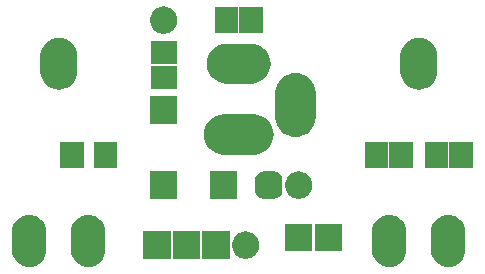
<source format=gbr>
G04 #@! TF.GenerationSoftware,KiCad,Pcbnew,5.1.6-c6e7f7d~87~ubuntu19.10.1*
G04 #@! TF.CreationDate,2022-01-09T06:03:03+06:00*
G04 #@! TF.ProjectId,1590N1_connector_board_r1,31353930-4e31-45f6-936f-6e6e6563746f,1A*
G04 #@! TF.SameCoordinates,Original*
G04 #@! TF.FileFunction,Soldermask,Top*
G04 #@! TF.FilePolarity,Negative*
%FSLAX46Y46*%
G04 Gerber Fmt 4.6, Leading zero omitted, Abs format (unit mm)*
G04 Created by KiCad (PCBNEW 5.1.6-c6e7f7d~87~ubuntu19.10.1) date 2022-01-09 06:03:03*
%MOMM*%
%LPD*%
G01*
G04 APERTURE LIST*
%ADD10C,0.100000*%
G04 APERTURE END LIST*
D10*
G36*
X118434249Y-155575981D02*
G01*
X118570912Y-155617438D01*
X118707576Y-155658894D01*
X118959472Y-155793534D01*
X119180265Y-155974735D01*
X119361466Y-156195527D01*
X119496106Y-156447423D01*
X119579019Y-156720751D01*
X119600000Y-156933774D01*
X119600000Y-158576226D01*
X119579019Y-158789249D01*
X119496106Y-159062577D01*
X119361466Y-159314473D01*
X119180265Y-159535265D01*
X118959473Y-159716466D01*
X118707577Y-159851106D01*
X118570913Y-159892563D01*
X118434250Y-159934019D01*
X118150000Y-159962015D01*
X117865751Y-159934019D01*
X117729088Y-159892562D01*
X117592424Y-159851106D01*
X117340528Y-159716466D01*
X117119736Y-159535265D01*
X116938535Y-159314473D01*
X116803895Y-159062577D01*
X116720981Y-158789249D01*
X116700000Y-158576226D01*
X116700000Y-156933775D01*
X116720981Y-156720752D01*
X116720982Y-156720750D01*
X116803894Y-156447425D01*
X116803894Y-156447424D01*
X116938534Y-156195528D01*
X117119735Y-155974735D01*
X117340527Y-155793534D01*
X117592423Y-155658894D01*
X117729087Y-155617437D01*
X117865750Y-155575981D01*
X118150000Y-155547985D01*
X118434249Y-155575981D01*
G37*
G36*
X123434249Y-155575981D02*
G01*
X123570912Y-155617438D01*
X123707576Y-155658894D01*
X123959472Y-155793534D01*
X124180265Y-155974735D01*
X124361466Y-156195527D01*
X124496106Y-156447423D01*
X124579019Y-156720751D01*
X124600000Y-156933774D01*
X124600000Y-158576226D01*
X124579019Y-158789249D01*
X124496106Y-159062577D01*
X124361466Y-159314473D01*
X124180265Y-159535265D01*
X123959473Y-159716466D01*
X123707577Y-159851106D01*
X123570913Y-159892563D01*
X123434250Y-159934019D01*
X123150000Y-159962015D01*
X122865751Y-159934019D01*
X122729088Y-159892562D01*
X122592424Y-159851106D01*
X122340528Y-159716466D01*
X122119736Y-159535265D01*
X121938535Y-159314473D01*
X121803895Y-159062577D01*
X121720981Y-158789249D01*
X121700000Y-158576226D01*
X121700000Y-156933775D01*
X121720981Y-156720752D01*
X121720982Y-156720750D01*
X121803894Y-156447425D01*
X121803894Y-156447424D01*
X121938534Y-156195528D01*
X122119735Y-155974735D01*
X122340527Y-155793534D01*
X122592423Y-155658894D01*
X122729087Y-155617437D01*
X122865750Y-155575981D01*
X123150000Y-155547985D01*
X123434249Y-155575981D01*
G37*
G36*
X87954249Y-155575981D02*
G01*
X88090912Y-155617438D01*
X88227576Y-155658894D01*
X88479472Y-155793534D01*
X88700265Y-155974735D01*
X88881466Y-156195527D01*
X89016106Y-156447423D01*
X89099019Y-156720751D01*
X89120000Y-156933774D01*
X89120000Y-158576226D01*
X89099019Y-158789249D01*
X89016106Y-159062577D01*
X88881466Y-159314473D01*
X88700265Y-159535265D01*
X88479473Y-159716466D01*
X88227577Y-159851106D01*
X88090913Y-159892563D01*
X87954250Y-159934019D01*
X87670000Y-159962015D01*
X87385751Y-159934019D01*
X87249088Y-159892562D01*
X87112424Y-159851106D01*
X86860528Y-159716466D01*
X86639736Y-159535265D01*
X86458535Y-159314473D01*
X86323895Y-159062577D01*
X86240981Y-158789249D01*
X86220000Y-158576226D01*
X86220000Y-156933775D01*
X86240981Y-156720752D01*
X86240982Y-156720750D01*
X86323894Y-156447425D01*
X86323894Y-156447424D01*
X86458534Y-156195528D01*
X86639735Y-155974735D01*
X86860527Y-155793534D01*
X87112423Y-155658894D01*
X87249087Y-155617437D01*
X87385750Y-155575981D01*
X87670000Y-155547985D01*
X87954249Y-155575981D01*
G37*
G36*
X92954249Y-155575981D02*
G01*
X93090912Y-155617438D01*
X93227576Y-155658894D01*
X93479472Y-155793534D01*
X93700265Y-155974735D01*
X93881466Y-156195527D01*
X94016106Y-156447423D01*
X94099019Y-156720751D01*
X94120000Y-156933774D01*
X94120000Y-158576226D01*
X94099019Y-158789249D01*
X94016106Y-159062577D01*
X93881466Y-159314473D01*
X93700265Y-159535265D01*
X93479473Y-159716466D01*
X93227577Y-159851106D01*
X93090913Y-159892563D01*
X92954250Y-159934019D01*
X92670000Y-159962015D01*
X92385751Y-159934019D01*
X92249088Y-159892562D01*
X92112424Y-159851106D01*
X91860528Y-159716466D01*
X91639736Y-159535265D01*
X91458535Y-159314473D01*
X91323895Y-159062577D01*
X91240981Y-158789249D01*
X91220000Y-158576226D01*
X91220000Y-156933775D01*
X91240981Y-156720752D01*
X91240982Y-156720750D01*
X91323894Y-156447425D01*
X91323894Y-156447424D01*
X91458534Y-156195528D01*
X91639735Y-155974735D01*
X91860527Y-155793534D01*
X92112423Y-155658894D01*
X92249087Y-155617437D01*
X92385750Y-155575981D01*
X92670000Y-155547985D01*
X92954249Y-155575981D01*
G37*
G36*
X106209354Y-156987097D02*
G01*
X106320443Y-157009194D01*
X106443039Y-157059976D01*
X106529728Y-157095883D01*
X106718081Y-157221736D01*
X106878264Y-157381919D01*
X107004117Y-157570272D01*
X107040024Y-157656961D01*
X107090806Y-157779557D01*
X107135000Y-158001735D01*
X107135000Y-158228265D01*
X107090806Y-158450443D01*
X107040024Y-158573039D01*
X107004117Y-158659728D01*
X106878264Y-158848081D01*
X106718081Y-159008264D01*
X106529728Y-159134117D01*
X106443039Y-159170024D01*
X106320443Y-159220806D01*
X106209354Y-159242903D01*
X106098267Y-159265000D01*
X105871733Y-159265000D01*
X105760646Y-159242903D01*
X105649557Y-159220806D01*
X105526961Y-159170024D01*
X105440272Y-159134117D01*
X105251919Y-159008264D01*
X105091736Y-158848081D01*
X104965883Y-158659728D01*
X104929976Y-158573039D01*
X104879194Y-158450443D01*
X104835000Y-158228265D01*
X104835000Y-158001735D01*
X104879194Y-157779557D01*
X104929976Y-157656961D01*
X104965883Y-157570272D01*
X105091736Y-157381919D01*
X105251919Y-157221736D01*
X105440272Y-157095883D01*
X105526961Y-157059976D01*
X105649557Y-157009194D01*
X105760646Y-156987097D01*
X105871733Y-156965000D01*
X106098267Y-156965000D01*
X106209354Y-156987097D01*
G37*
G36*
X104635000Y-159265000D02*
G01*
X102335000Y-159265000D01*
X102335000Y-156965000D01*
X104635000Y-156965000D01*
X104635000Y-159265000D01*
G37*
G36*
X102135000Y-159265000D02*
G01*
X99835000Y-159265000D01*
X99835000Y-156965000D01*
X102135000Y-156965000D01*
X102135000Y-159265000D01*
G37*
G36*
X99635000Y-159265000D02*
G01*
X97335000Y-159265000D01*
X97335000Y-156965000D01*
X99635000Y-156965000D01*
X99635000Y-159265000D01*
G37*
G36*
X111640000Y-158630000D02*
G01*
X109340000Y-158630000D01*
X109340000Y-156330000D01*
X111640000Y-156330000D01*
X111640000Y-158630000D01*
G37*
G36*
X114180000Y-158630000D02*
G01*
X111880000Y-158630000D01*
X111880000Y-156330000D01*
X114180000Y-156330000D01*
X114180000Y-158630000D01*
G37*
G36*
X100210000Y-154185000D02*
G01*
X97910000Y-154185000D01*
X97910000Y-151885000D01*
X100210000Y-151885000D01*
X100210000Y-154185000D01*
G37*
G36*
X110714354Y-151907097D02*
G01*
X110825443Y-151929194D01*
X110948039Y-151979976D01*
X111034728Y-152015883D01*
X111223081Y-152141736D01*
X111383264Y-152301919D01*
X111509117Y-152490272D01*
X111544212Y-152575000D01*
X111595806Y-152699557D01*
X111640000Y-152921735D01*
X111640000Y-153148265D01*
X111595806Y-153370443D01*
X111545024Y-153493039D01*
X111509117Y-153579728D01*
X111383264Y-153768081D01*
X111223081Y-153928264D01*
X111034728Y-154054117D01*
X110948039Y-154090024D01*
X110825443Y-154140806D01*
X110714354Y-154162903D01*
X110603267Y-154185000D01*
X110376733Y-154185000D01*
X110265646Y-154162903D01*
X110154557Y-154140806D01*
X110031961Y-154090024D01*
X109945272Y-154054117D01*
X109756919Y-153928264D01*
X109596736Y-153768081D01*
X109470883Y-153579728D01*
X109434976Y-153493039D01*
X109384194Y-153370443D01*
X109340000Y-153148265D01*
X109340000Y-152921735D01*
X109384194Y-152699557D01*
X109435788Y-152575000D01*
X109470883Y-152490272D01*
X109596736Y-152301919D01*
X109756919Y-152141736D01*
X109945272Y-152015883D01*
X110031961Y-151979976D01*
X110154557Y-151929194D01*
X110265646Y-151907097D01*
X110376733Y-151885000D01*
X110603267Y-151885000D01*
X110714354Y-151907097D01*
G37*
G36*
X108560663Y-151898111D02*
G01*
X108686307Y-151936225D01*
X108802096Y-151998115D01*
X108903590Y-152081410D01*
X108986885Y-152182904D01*
X109048775Y-152298693D01*
X109086889Y-152424337D01*
X109100000Y-152557454D01*
X109100000Y-153512546D01*
X109086889Y-153645663D01*
X109048775Y-153771307D01*
X108986885Y-153887096D01*
X108903590Y-153988590D01*
X108802096Y-154071885D01*
X108686307Y-154133775D01*
X108560663Y-154171889D01*
X108427546Y-154185000D01*
X107472454Y-154185000D01*
X107339337Y-154171889D01*
X107213693Y-154133775D01*
X107097904Y-154071885D01*
X106996410Y-153988590D01*
X106913115Y-153887096D01*
X106851225Y-153771307D01*
X106813111Y-153645663D01*
X106800000Y-153512546D01*
X106800000Y-152557454D01*
X106813111Y-152424337D01*
X106851225Y-152298693D01*
X106913115Y-152182904D01*
X106996410Y-152081410D01*
X107097904Y-151998115D01*
X107213693Y-151936225D01*
X107339337Y-151898111D01*
X107472454Y-151885000D01*
X108427546Y-151885000D01*
X108560663Y-151898111D01*
G37*
G36*
X105290000Y-154185000D02*
G01*
X102990000Y-154185000D01*
X102990000Y-151885000D01*
X105290000Y-151885000D01*
X105290000Y-154185000D01*
G37*
G36*
X92310000Y-151595000D02*
G01*
X90310000Y-151595000D01*
X90310000Y-149395000D01*
X92310000Y-149395000D01*
X92310000Y-151595000D01*
G37*
G36*
X118060000Y-151595000D02*
G01*
X116060000Y-151595000D01*
X116060000Y-149395000D01*
X118060000Y-149395000D01*
X118060000Y-151595000D01*
G37*
G36*
X123140000Y-151595000D02*
G01*
X121140000Y-151595000D01*
X121140000Y-149395000D01*
X123140000Y-149395000D01*
X123140000Y-151595000D01*
G37*
G36*
X125240000Y-151595000D02*
G01*
X123240000Y-151595000D01*
X123240000Y-149395000D01*
X125240000Y-149395000D01*
X125240000Y-151595000D01*
G37*
G36*
X120160000Y-151595000D02*
G01*
X118160000Y-151595000D01*
X118160000Y-149395000D01*
X120160000Y-149395000D01*
X120160000Y-151595000D01*
G37*
G36*
X95110000Y-151595000D02*
G01*
X93110000Y-151595000D01*
X93110000Y-149395000D01*
X95110000Y-149395000D01*
X95110000Y-151595000D01*
G37*
G36*
X106993258Y-147079597D02*
G01*
X107313711Y-147176806D01*
X107609036Y-147334661D01*
X107609037Y-147334662D01*
X107609039Y-147334663D01*
X107613731Y-147338514D01*
X107867897Y-147547103D01*
X108080339Y-147805964D01*
X108238194Y-148101289D01*
X108335403Y-148421742D01*
X108368225Y-148755000D01*
X108335403Y-149088258D01*
X108238194Y-149408711D01*
X108080339Y-149704036D01*
X108080337Y-149704039D01*
X107867897Y-149962897D01*
X107609039Y-150175337D01*
X107609037Y-150175338D01*
X107609036Y-150175339D01*
X107313711Y-150333194D01*
X106993258Y-150430403D01*
X106743514Y-150455000D01*
X104076486Y-150455000D01*
X103826742Y-150430403D01*
X103506289Y-150333194D01*
X103210964Y-150175339D01*
X103210963Y-150175338D01*
X103210961Y-150175337D01*
X102952103Y-149962897D01*
X102739663Y-149704039D01*
X102739661Y-149704036D01*
X102581806Y-149408711D01*
X102484597Y-149088258D01*
X102451775Y-148755000D01*
X102484597Y-148421742D01*
X102581806Y-148101289D01*
X102739661Y-147805964D01*
X102952103Y-147547103D01*
X103206269Y-147338514D01*
X103210961Y-147334663D01*
X103210963Y-147334662D01*
X103210964Y-147334661D01*
X103506289Y-147176806D01*
X103826742Y-147079597D01*
X104076486Y-147055000D01*
X106743514Y-147055000D01*
X106993258Y-147079597D01*
G37*
G36*
X110543257Y-143579597D02*
G01*
X110863710Y-143676806D01*
X111159036Y-143834661D01*
X111159038Y-143834663D01*
X111417897Y-144047103D01*
X111630337Y-144305961D01*
X111630338Y-144305963D01*
X111630339Y-144305964D01*
X111788194Y-144601289D01*
X111885403Y-144921742D01*
X111910000Y-145171486D01*
X111910000Y-147338514D01*
X111885403Y-147588258D01*
X111788194Y-147908711D01*
X111630339Y-148204036D01*
X111630337Y-148204039D01*
X111417897Y-148462897D01*
X111159039Y-148675337D01*
X111159037Y-148675338D01*
X111159036Y-148675339D01*
X110863711Y-148833194D01*
X110543258Y-148930403D01*
X110210000Y-148963225D01*
X109876743Y-148930403D01*
X109556290Y-148833194D01*
X109260965Y-148675339D01*
X109260964Y-148675338D01*
X109260962Y-148675337D01*
X109002104Y-148462897D01*
X108789664Y-148204039D01*
X108789662Y-148204036D01*
X108631807Y-147908711D01*
X108534598Y-147588258D01*
X108510001Y-147338514D01*
X108510000Y-145171487D01*
X108534597Y-144921743D01*
X108631806Y-144601290D01*
X108789661Y-144305964D01*
X109002103Y-144047103D01*
X109104708Y-143962897D01*
X109260961Y-143834663D01*
X109260963Y-143834662D01*
X109260964Y-143834661D01*
X109556289Y-143676806D01*
X109876742Y-143579597D01*
X110210000Y-143546775D01*
X110543257Y-143579597D01*
G37*
G36*
X100210000Y-147835000D02*
G01*
X97910000Y-147835000D01*
X97910000Y-145535000D01*
X100210000Y-145535000D01*
X100210000Y-147835000D01*
G37*
G36*
X90473852Y-140577427D02*
G01*
X90766029Y-140666059D01*
X91035297Y-140809985D01*
X91271318Y-141003682D01*
X91465015Y-141239702D01*
X91608941Y-141508970D01*
X91697573Y-141801147D01*
X91720000Y-142028857D01*
X91720000Y-143481143D01*
X91697573Y-143708853D01*
X91608941Y-144001030D01*
X91465015Y-144270298D01*
X91271318Y-144506318D01*
X91035298Y-144700015D01*
X90766030Y-144843941D01*
X90473853Y-144932573D01*
X90170000Y-144962499D01*
X89866148Y-144932573D01*
X89573971Y-144843941D01*
X89304703Y-144700015D01*
X89068683Y-144506318D01*
X88874986Y-144270298D01*
X88731060Y-144001030D01*
X88731059Y-144001029D01*
X88680592Y-143834663D01*
X88642427Y-143708853D01*
X88620000Y-143481143D01*
X88620000Y-142028858D01*
X88642427Y-141801148D01*
X88731059Y-141508971D01*
X88874985Y-141239703D01*
X89068682Y-141003682D01*
X89304702Y-140809985D01*
X89573970Y-140666059D01*
X89866147Y-140577427D01*
X90170000Y-140547501D01*
X90473852Y-140577427D01*
G37*
G36*
X120953852Y-140577427D02*
G01*
X121246029Y-140666059D01*
X121515297Y-140809985D01*
X121751318Y-141003682D01*
X121945015Y-141239702D01*
X122088941Y-141508970D01*
X122177573Y-141801147D01*
X122200000Y-142028857D01*
X122200000Y-143481143D01*
X122177573Y-143708853D01*
X122088941Y-144001030D01*
X121945015Y-144270298D01*
X121751318Y-144506318D01*
X121515298Y-144700015D01*
X121246030Y-144843941D01*
X120953853Y-144932573D01*
X120650000Y-144962499D01*
X120346148Y-144932573D01*
X120053971Y-144843941D01*
X119784703Y-144700015D01*
X119548683Y-144506318D01*
X119354986Y-144270298D01*
X119211060Y-144001030D01*
X119211059Y-144001029D01*
X119160592Y-143834663D01*
X119122427Y-143708853D01*
X119100000Y-143481143D01*
X119100000Y-142028858D01*
X119122427Y-141801148D01*
X119211059Y-141508971D01*
X119354985Y-141239703D01*
X119548682Y-141003682D01*
X119784702Y-140809985D01*
X120053970Y-140666059D01*
X120346147Y-140577427D01*
X120650000Y-140547501D01*
X120953852Y-140577427D01*
G37*
G36*
X100160000Y-144925000D02*
G01*
X97960000Y-144925000D01*
X97960000Y-142925000D01*
X100160000Y-142925000D01*
X100160000Y-144925000D01*
G37*
G36*
X106743258Y-141079597D02*
G01*
X107063711Y-141176806D01*
X107359036Y-141334661D01*
X107359037Y-141334662D01*
X107359039Y-141334663D01*
X107571432Y-141508970D01*
X107617897Y-141547103D01*
X107830339Y-141805964D01*
X107988194Y-142101289D01*
X108085403Y-142421742D01*
X108118225Y-142755000D01*
X108085403Y-143088258D01*
X107988194Y-143408711D01*
X107830339Y-143704036D01*
X107830337Y-143704039D01*
X107617897Y-143962897D01*
X107359039Y-144175337D01*
X107359037Y-144175338D01*
X107359036Y-144175339D01*
X107063711Y-144333194D01*
X106743258Y-144430403D01*
X106493514Y-144455000D01*
X104326486Y-144455000D01*
X104076742Y-144430403D01*
X103756289Y-144333194D01*
X103460964Y-144175339D01*
X103460963Y-144175338D01*
X103460961Y-144175337D01*
X103202103Y-143962897D01*
X102989663Y-143704039D01*
X102989661Y-143704036D01*
X102831806Y-143408711D01*
X102734597Y-143088258D01*
X102701775Y-142755000D01*
X102734597Y-142421742D01*
X102831806Y-142101289D01*
X102989661Y-141805964D01*
X103202103Y-141547103D01*
X103248568Y-141508970D01*
X103460961Y-141334663D01*
X103460963Y-141334662D01*
X103460964Y-141334661D01*
X103756289Y-141176806D01*
X104076742Y-141079597D01*
X104326486Y-141055000D01*
X106493514Y-141055000D01*
X106743258Y-141079597D01*
G37*
G36*
X100160000Y-142825000D02*
G01*
X97960000Y-142825000D01*
X97960000Y-140825000D01*
X100160000Y-140825000D01*
X100160000Y-142825000D01*
G37*
G36*
X99284354Y-137937097D02*
G01*
X99395443Y-137959194D01*
X99518039Y-138009976D01*
X99604728Y-138045883D01*
X99793081Y-138171736D01*
X99953264Y-138331919D01*
X100079117Y-138520272D01*
X100115024Y-138606961D01*
X100165806Y-138729557D01*
X100210000Y-138951735D01*
X100210000Y-139178265D01*
X100165806Y-139400443D01*
X100115024Y-139523039D01*
X100079117Y-139609728D01*
X99953264Y-139798081D01*
X99793081Y-139958264D01*
X99604728Y-140084117D01*
X99518039Y-140120024D01*
X99395443Y-140170806D01*
X99284354Y-140192903D01*
X99173267Y-140215000D01*
X98946733Y-140215000D01*
X98835646Y-140192903D01*
X98724557Y-140170806D01*
X98601961Y-140120024D01*
X98515272Y-140084117D01*
X98326919Y-139958264D01*
X98166736Y-139798081D01*
X98040883Y-139609728D01*
X98004976Y-139523039D01*
X97954194Y-139400443D01*
X97910000Y-139178265D01*
X97910000Y-138951735D01*
X97954194Y-138729557D01*
X98004976Y-138606961D01*
X98040883Y-138520272D01*
X98166736Y-138331919D01*
X98326919Y-138171736D01*
X98515272Y-138045883D01*
X98601961Y-138009976D01*
X98724557Y-137959194D01*
X98835646Y-137937097D01*
X98946733Y-137915000D01*
X99173267Y-137915000D01*
X99284354Y-137937097D01*
G37*
G36*
X107460000Y-140165000D02*
G01*
X105460000Y-140165000D01*
X105460000Y-137965000D01*
X107460000Y-137965000D01*
X107460000Y-140165000D01*
G37*
G36*
X105360000Y-140165000D02*
G01*
X103360000Y-140165000D01*
X103360000Y-137965000D01*
X105360000Y-137965000D01*
X105360000Y-140165000D01*
G37*
M02*

</source>
